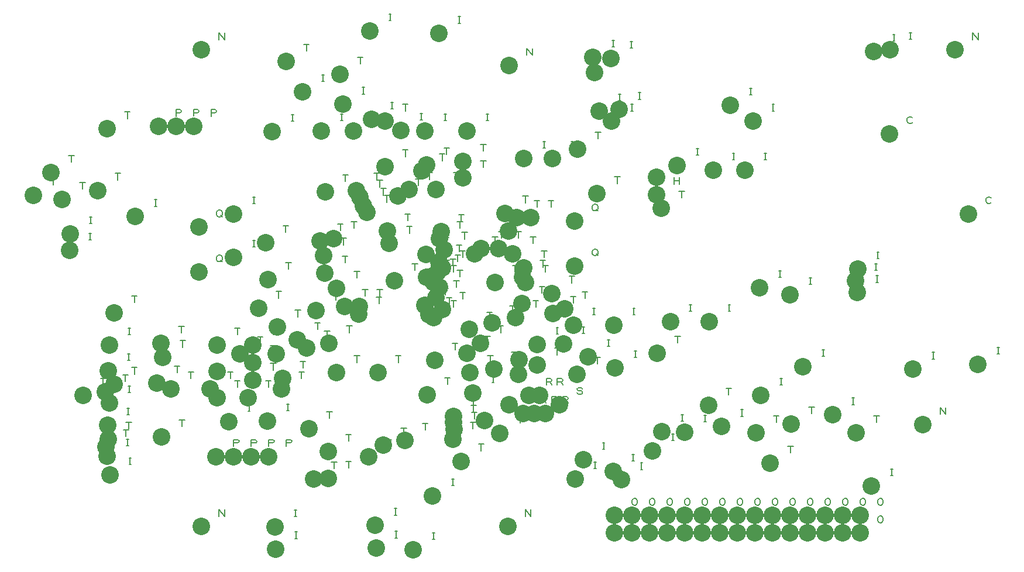
<source format=gbr>
G04 EasyPC Gerber Version 21.0.3 Build 4286 *
%FSLAX35Y35*%
%MOIN*%
%ADD78C,0.00500*%
%ADD77C,0.10000*%
X0Y0D02*
D02*
D77*
X5128Y252652D03*
X15364Y265644D03*
X21663Y250289D03*
X25994Y221156D03*
X26387Y230604D03*
X33474Y138478D03*
X41742Y255407D03*
X46072Y140663D03*
X46466Y109344D03*
X47254Y103833D03*
Y290447D03*
X47647Y121549D03*
X48041Y113675D03*
Y152652D03*
X48435Y134148D03*
Y167219D03*
X48828Y93203D03*
X51191Y144778D03*
Y185722D03*
X63395Y240427D03*
X75600Y145565D03*
X76531Y291784D03*
X77962Y168222D03*
X78356Y114856D03*
X78750Y160132D03*
X83474Y142258D03*
X86531Y291852D03*
X96531Y291784D03*
X99714Y208829D03*
Y234419D03*
X101023Y63801D03*
Y335454D03*
X105915Y142258D03*
X109393Y103676D03*
X109852Y137297D03*
Y152258D03*
Y167219D03*
X116545Y123518D03*
X119301Y217219D03*
Y242022D03*
X119393Y103608D03*
X122844Y162258D03*
X127569Y137258D03*
X129393Y103676D03*
X130324Y147140D03*
Y157376D03*
Y167219D03*
X133474Y188085D03*
X137411Y225656D03*
X138592Y123911D03*
X138986Y204620D03*
X139380Y103676D03*
X141348Y288872D03*
X142923Y63675D03*
X143317Y51077D03*
X143710Y162100D03*
X144301Y177455D03*
X146466Y142258D03*
X147254Y148321D03*
X149222Y329030D03*
X155521Y170368D03*
X158671Y311707D03*
X161033Y165644D03*
X162383Y119581D03*
X164970Y90841D03*
X166151Y186904D03*
X168513Y226667D03*
X169301Y289266D03*
X170482Y218400D03*
X171269Y208163D03*
X171466Y254620D03*
X173238Y91234D03*
Y106589D03*
X173631Y168400D03*
X176387Y227848D03*
X177962Y151470D03*
Y199502D03*
X179931Y321549D03*
X181702Y304423D03*
X182687Y189266D03*
X187411Y289266D03*
X189183Y255407D03*
X190561Y184935D03*
X190954Y189266D03*
X191151Y251470D03*
X193120Y246746D03*
X195088Y242809D03*
X196072Y103439D03*
X196860Y346352D03*
X198041Y295959D03*
X200009Y64463D03*
X200403Y51470D03*
X201584Y151470D03*
X204734Y110132D03*
X205521Y268793D03*
Y294778D03*
X206899Y232179D03*
X207883Y225093D03*
X211033Y203833D03*
X213002Y252258D03*
X214576Y289659D03*
X216939Y112888D03*
X219301Y255801D03*
X221663Y50683D03*
X226584Y266431D03*
X228356Y190053D03*
Y289266D03*
X228750Y218793D03*
X229143Y205801D03*
Y269974D03*
X229537Y138872D03*
X230521Y184541D03*
X232687Y81392D03*
Y206589D03*
X233080Y182967D03*
Y202848D03*
X233868Y158557D03*
X234655Y194384D03*
Y255801D03*
X235443Y208951D03*
X236230Y214659D03*
Y344778D03*
X236624Y200289D03*
Y227848D03*
X237411Y231785D03*
X238198Y187691D03*
Y211313D03*
X239380Y221746D03*
X244104Y113675D03*
X244498Y123124D03*
Y126667D03*
X244891Y119187D03*
X248828Y101077D03*
X250009Y262494D03*
Y271943D03*
X252372Y162494D03*
Y289266D03*
X253553Y176274D03*
X253946Y151470D03*
X255521Y140053D03*
X256702Y219187D03*
X259852Y168400D03*
X260246Y222337D03*
X262214Y124305D03*
X266545Y179817D03*
X267726Y153439D03*
X268120Y203045D03*
X270088Y222337D03*
X270876Y116825D03*
X274025Y242415D03*
X275600Y63801D03*
X275994Y232179D03*
X276191Y133360D03*
X276387Y326667D03*
X278356Y219187D03*
X279931Y182967D03*
X280521Y240053D03*
X281506Y150683D03*
X281899Y158951D03*
X283474Y190841D03*
X283868Y205801D03*
X284261Y128242D03*
X284655Y211313D03*
Y273518D03*
X285443Y203045D03*
X287411Y138478D03*
X288592Y240053D03*
X290561Y128242D03*
X292135Y155801D03*
Y167612D03*
X293710Y138478D03*
X296860Y128242D03*
X300403Y196746D03*
X300797Y273518D03*
X301191Y185329D03*
X304931Y133360D03*
X307096Y168006D03*
X307883Y187860D03*
X313002Y178636D03*
X313691Y212222D03*
Y237813D03*
X313789Y90841D03*
X314970Y150683D03*
X315364Y279030D03*
X318513Y101864D03*
X321269Y160526D03*
X324025Y331392D03*
X324813Y322730D03*
X326387Y253439D03*
X327569Y300683D03*
X334261Y330604D03*
X334655Y294778D03*
X335443Y95171D03*
X335836Y178636D03*
X336230Y60132D03*
Y70132D03*
X336624Y154226D03*
X338986Y301470D03*
X340167Y90447D03*
X346230Y60132D03*
Y70132D03*
X356230Y60132D03*
Y70132D03*
X357883Y106982D03*
X360246Y253071D03*
Y262888D03*
X360639Y162494D03*
X363002Y245171D03*
X363395Y118006D03*
X366230Y60132D03*
Y70132D03*
X368120Y180604D03*
X372057Y269581D03*
X376230Y60132D03*
Y70132D03*
X376387Y117612D03*
X386230Y60132D03*
Y70132D03*
X389773Y132967D03*
X390167Y180604D03*
X392529Y266825D03*
X396230Y60132D03*
Y70132D03*
X397254Y120762D03*
X402372Y303833D03*
X406230Y60132D03*
Y70132D03*
X410639Y266825D03*
X415167Y294778D03*
X416230Y60132D03*
Y70132D03*
X416939Y117219D03*
X418907Y199896D03*
X419694Y138478D03*
X425049Y99896D03*
X426230Y60132D03*
Y70132D03*
X436230Y60132D03*
Y70132D03*
Y195959D03*
X437017Y122337D03*
X443710Y155014D03*
X446230Y60132D03*
Y70132D03*
X456230Y60132D03*
Y70132D03*
X460639Y127455D03*
X466230Y60132D03*
Y70132D03*
X473631Y203833D03*
X474025Y117356D03*
X474419Y197140D03*
X474813Y210526D03*
X476230Y60132D03*
Y70132D03*
X482687Y86904D03*
X483868Y334541D03*
X492923Y287691D03*
X493317Y335722D03*
X506309Y153439D03*
X511820Y121943D03*
X530324Y335454D03*
X537805Y242022D03*
X543317Y156195D03*
D02*
D78*
X16690Y258589D02*
Y262339D01*
X15128D02*
X18253D01*
X26926Y271581D02*
Y275331D01*
X25364D02*
X28489D01*
X33226Y256227D02*
Y259977D01*
X31663D02*
X34788D01*
X36931Y227093D02*
X38181D01*
X37556D02*
Y230843D01*
X36931D02*
X38181D01*
X37325Y236542D02*
X38575D01*
X37950D02*
Y240292D01*
X37325D02*
X38575D01*
X45037Y144416D02*
Y148166D01*
X43474D02*
X46599D01*
X53304Y261345D02*
Y265095D01*
X51742D02*
X54867D01*
X57635Y146601D02*
Y150351D01*
X56072D02*
X59198D01*
X58029Y115282D02*
Y119032D01*
X56466D02*
X59591D01*
X58191Y109770D02*
X59441D01*
X58816D02*
Y113520D01*
X58191D02*
X59441D01*
X58816Y296384D02*
Y300134D01*
X57254D02*
X60379D01*
X58585Y127487D02*
X59835D01*
X59210D02*
Y131237D01*
X58585D02*
X59835D01*
X59604Y119613D02*
Y123363D01*
X58041D02*
X61166D01*
X58978Y158589D02*
X60228D01*
X59604D02*
Y162339D01*
X58978D02*
X60228D01*
X59372Y140085D02*
X60622D01*
X59997D02*
Y143835D01*
X59372D02*
X60622D01*
X59372Y173156D02*
X60622D01*
X59997D02*
Y176906D01*
X59372D02*
X60622D01*
X59766Y99140D02*
X61016D01*
X60391D02*
Y102890D01*
X59766D02*
X61016D01*
X62753Y150715D02*
Y154465D01*
X61191D02*
X64316D01*
X62753Y191660D02*
Y195410D01*
X61191D02*
X64316D01*
X74333Y246365D02*
X75583D01*
X74958D02*
Y250115D01*
X74333D02*
X75583D01*
X87163Y151502D02*
Y155252D01*
X85600D02*
X88725D01*
X86531Y297722D02*
Y301472D01*
X88719*
X89344Y301159*
X89657Y300534*
X89344Y299909*
X88719Y299597*
X86531*
X89525Y174160D02*
Y177910D01*
X87962D02*
X91087D01*
X89919Y120794D02*
Y124544D01*
X88356D02*
X91481D01*
X90312Y166069D02*
Y169819D01*
X88750D02*
X91875D01*
X95037Y148195D02*
Y151945D01*
X93474D02*
X96599D01*
X96531Y297790D02*
Y301540D01*
X98719*
X99344Y301228*
X99657Y300602*
X99344Y299978*
X98719Y299665*
X96531*
X106531Y297722D02*
Y301472D01*
X108719*
X109344Y301159*
X109657Y300534*
X109344Y299909*
X108719Y299597*
X106531*
X109714Y216016D02*
Y217266D01*
X110027Y217891*
X110339Y218204*
X110964Y218516*
X111589*
X112214Y218204*
X112527Y217891*
X112839Y217266*
Y216016*
X112527Y215391*
X112214Y215079*
X111589Y214766*
X110964*
X110339Y215079*
X110027Y215391*
X109714Y216016*
X111902Y215704D02*
X112839Y214766D01*
X109714Y241607D02*
Y242857D01*
X110027Y243482*
X110339Y243794*
X110964Y244107*
X111589*
X112214Y243794*
X112527Y243482*
X112839Y242857*
Y241607*
X112527Y240982*
X112214Y240669*
X111589Y240357*
X110964*
X110339Y240669*
X110027Y240982*
X109714Y241607*
X111902Y241294D02*
X112839Y240357D01*
X111023Y69738D02*
Y73488D01*
X114148Y69738*
Y73488*
X111023Y341392D02*
Y345142D01*
X114148Y341392*
Y345142*
X117478Y148195D02*
Y151945D01*
X115915D02*
X119040D01*
X119393Y109614D02*
Y113364D01*
X121580*
X122206Y113052*
X122518Y112426*
X122206Y111802*
X121580Y111489*
X119393*
X121415Y143235D02*
Y146985D01*
X119852D02*
X122977D01*
X121415Y158195D02*
Y161945D01*
X119852D02*
X122977D01*
X121415Y173156D02*
Y176906D01*
X119852D02*
X122977D01*
X127482Y129455D02*
X128732D01*
X128107D02*
Y133205D01*
X127482D02*
X128732D01*
X130238Y223156D02*
X131488D01*
X130863D02*
Y226906D01*
X130238D02*
X131488D01*
X130238Y247959D02*
X131488D01*
X130863D02*
Y251709D01*
X130238D02*
X131488D01*
X129393Y109546D02*
Y113296D01*
X131580*
X132206Y112983*
X132518Y112358*
X132206Y111733*
X131580Y111421*
X129393*
X134407Y168195D02*
Y171945D01*
X132844D02*
X135969D01*
X139131Y143195D02*
Y146945D01*
X137569D02*
X140694D01*
X139393Y109614D02*
Y113364D01*
X141580*
X142206Y113052*
X142518Y112426*
X142206Y111802*
X141580Y111489*
X139393*
X141887Y153077D02*
Y156827D01*
X140324D02*
X143450D01*
X141887Y163313D02*
Y167063D01*
X140324D02*
X143450D01*
X141887Y173156D02*
Y176906D01*
X140324D02*
X143450D01*
X145037Y194022D02*
Y197772D01*
X143474D02*
X146599D01*
X148974Y231593D02*
Y235343D01*
X147411D02*
X150536D01*
X149530Y129849D02*
X150780D01*
X150155D02*
Y133599D01*
X149530D02*
X150780D01*
X150548Y210557D02*
Y214307D01*
X148986D02*
X152111D01*
X149380Y109614D02*
Y113364D01*
X151567*
X152192Y113052*
X152505Y112426*
X152192Y111802*
X151567Y111489*
X149380*
X152285Y294809D02*
X153535D01*
X152911D02*
Y298559D01*
X152285D02*
X153535D01*
X153860Y69613D02*
X155110D01*
X154485D02*
Y73363D01*
X153860D02*
X155110D01*
X154254Y57014D02*
X155504D01*
X154879D02*
Y60764D01*
X154254D02*
X155504D01*
X155273Y168038D02*
Y171788D01*
X153710D02*
X156835D01*
X155863Y183392D02*
Y187142D01*
X154301D02*
X157426D01*
X158029Y148195D02*
Y151945D01*
X156466D02*
X159591D01*
X158816Y154258D02*
Y158008D01*
X157254D02*
X160379D01*
X160785Y334967D02*
Y338717D01*
X159222D02*
X162347D01*
X167084Y176306D02*
Y180056D01*
X165521D02*
X168646D01*
X169608Y317644D02*
X170858D01*
X170233D02*
Y321394D01*
X169608D02*
X170858D01*
X172596Y171581D02*
Y175331D01*
X171033D02*
X174158D01*
X173946Y125518D02*
Y129268D01*
X172383D02*
X175509D01*
X176533Y96778D02*
Y100528D01*
X174970D02*
X178095D01*
X177714Y192841D02*
Y196591D01*
X176151D02*
X179276D01*
X180076Y232605D02*
Y236355D01*
X178513D02*
X181639D01*
X180238Y295203D02*
X181488D01*
X180863D02*
Y298953D01*
X180238D02*
X181488D01*
X182044Y224337D02*
Y228087D01*
X180482D02*
X183607D01*
X182832Y214101D02*
Y217851D01*
X181269D02*
X184394D01*
X183029Y260557D02*
Y264307D01*
X181466D02*
X184591D01*
X184800Y97172D02*
Y100922D01*
X183238D02*
X186363D01*
X184800Y112526D02*
Y116276D01*
X183238D02*
X186363D01*
X185194Y174337D02*
Y178087D01*
X183631D02*
X186757D01*
X187950Y233786D02*
Y237536D01*
X186387D02*
X189513D01*
X189525Y157408D02*
Y161158D01*
X187962D02*
X191087D01*
X189525Y205439D02*
Y209189D01*
X187962D02*
X191087D01*
X191493Y327487D02*
Y331237D01*
X189931D02*
X193056D01*
X192640Y310361D02*
X193890D01*
X193265D02*
Y314111D01*
X192640D02*
X193890D01*
X194249Y195203D02*
Y198953D01*
X192687D02*
X195812D01*
X198348Y295203D02*
X199598D01*
X198974D02*
Y298953D01*
X198348D02*
X199598D01*
X200745Y261345D02*
Y265095D01*
X199183D02*
X202308D01*
X202123Y190872D02*
Y194622D01*
X200561D02*
X203686D01*
X202517Y195203D02*
Y198953D01*
X200954D02*
X204080D01*
X202714Y257408D02*
Y261158D01*
X201151D02*
X204276D01*
X204682Y252683D02*
Y256433D01*
X203120D02*
X206245D01*
X206651Y248746D02*
Y252496D01*
X205088D02*
X208213D01*
X207635Y109376D02*
Y113126D01*
X206072D02*
X209198D01*
X207797Y352290D02*
X209047D01*
X208422D02*
Y356040D01*
X207797D02*
X209047D01*
X208978Y301896D02*
X210228D01*
X209604D02*
Y305646D01*
X208978D02*
X210228D01*
X210947Y70400D02*
X212197D01*
X211572D02*
Y74150D01*
X210947D02*
X212197D01*
X211341Y57408D02*
X212591D01*
X211966D02*
Y61158D01*
X211341D02*
X212591D01*
X213147Y157408D02*
Y161158D01*
X211584D02*
X214709D01*
X216296Y116069D02*
Y119819D01*
X214734D02*
X217859D01*
X217084Y274731D02*
Y278481D01*
X215521D02*
X218646D01*
X217084Y300715D02*
Y304465D01*
X215521D02*
X218646D01*
X218462Y238117D02*
Y241867D01*
X216899D02*
X220024D01*
X219446Y231030D02*
Y234780D01*
X217883D02*
X221009D01*
X222596Y209770D02*
Y213520D01*
X221033D02*
X224158D01*
X224564Y258195D02*
Y261945D01*
X223002D02*
X226127D01*
X225514Y295597D02*
X226764D01*
X226139D02*
Y299347D01*
X225514D02*
X226764D01*
X228501Y118825D02*
Y122575D01*
X226939D02*
X230064D01*
X230863Y261739D02*
Y265489D01*
X229301D02*
X232426D01*
X232600Y56620D02*
X233850D01*
X233226D02*
Y60370D01*
X232600D02*
X233850D01*
X238147Y272369D02*
Y276119D01*
X236584D02*
X239709D01*
X239919Y195991D02*
Y199741D01*
X238356D02*
X241481D01*
X239293Y295203D02*
X240543D01*
X239919D02*
Y298953D01*
X239293D02*
X240543D01*
X240312Y224731D02*
Y228481D01*
X238750D02*
X241875D01*
X240706Y211739D02*
Y215489D01*
X239143D02*
X242269D01*
X240706Y275912D02*
Y279662D01*
X239143D02*
X242269D01*
X241100Y144809D02*
Y148559D01*
X239537D02*
X242662D01*
X242084Y190479D02*
Y194229D01*
X240521D02*
X243646D01*
X243624Y87329D02*
X244874D01*
X244249D02*
Y91079D01*
X243624D02*
X244874D01*
X244249Y212526D02*
Y216276D01*
X242687D02*
X245812D01*
X244643Y188904D02*
Y192654D01*
X243080D02*
X246206D01*
X244643Y208786D02*
Y212536D01*
X243080D02*
X246206D01*
X245430Y164494D02*
Y168244D01*
X243868D02*
X246993D01*
X246218Y200321D02*
Y204071D01*
X244655D02*
X247780D01*
X246218Y261739D02*
Y265489D01*
X244655D02*
X247780D01*
X247005Y214888D02*
Y218638D01*
X245443D02*
X248568D01*
X247793Y220597D02*
Y224347D01*
X246230D02*
X249355D01*
X247167Y350715D02*
X248417D01*
X247793D02*
Y354465D01*
X247167D02*
X248417D01*
X248186Y206227D02*
Y209977D01*
X246624D02*
X249749D01*
X248186Y233786D02*
Y237536D01*
X246624D02*
X249749D01*
X248974Y237723D02*
Y241473D01*
X247411D02*
X250536D01*
X249761Y193628D02*
Y197378D01*
X248198D02*
X251324D01*
X249761Y217250D02*
Y221000D01*
X248198D02*
X251324D01*
X250942Y227683D02*
Y231433D01*
X249380D02*
X252505D01*
X255667Y119613D02*
Y123363D01*
X254104D02*
X257229D01*
X256060Y129061D02*
Y132811D01*
X254498D02*
X257623D01*
X256060Y132605D02*
Y136355D01*
X254498D02*
X257623D01*
X256454Y125124D02*
Y128874D01*
X254891D02*
X258017D01*
X260391Y107014D02*
Y110764D01*
X258828D02*
X261954D01*
X261572Y268431D02*
Y272181D01*
X260009D02*
X263135D01*
X261572Y277880D02*
Y281630D01*
X260009D02*
X263135D01*
X263934Y168431D02*
Y172181D01*
X262372D02*
X265497D01*
X263309Y295203D02*
X264559D01*
X263934D02*
Y298953D01*
X263309D02*
X264559D01*
X265115Y182211D02*
Y185961D01*
X263553D02*
X266678D01*
X265509Y157408D02*
Y161158D01*
X263946D02*
X267072D01*
X266459Y145991D02*
X267709D01*
X267084D02*
Y149741D01*
X266459D02*
X267709D01*
X268265Y225124D02*
Y228874D01*
X266702D02*
X269828D01*
X271415Y174337D02*
Y178087D01*
X269852D02*
X272977D01*
X271808Y228274D02*
Y232024D01*
X270246D02*
X273371D01*
X273152Y130243D02*
X274402D01*
X273777D02*
Y133993D01*
X273152D02*
X274402D01*
X278107Y185754D02*
Y189504D01*
X276545D02*
X279670D01*
X279289Y159376D02*
Y163126D01*
X277726D02*
X280851D01*
X279682Y208983D02*
Y212733D01*
X278120D02*
X281245D01*
X281651Y228274D02*
Y232024D01*
X280088D02*
X283213D01*
X282438Y122762D02*
Y126512D01*
X280876D02*
X284001D01*
X285588Y248353D02*
Y252103D01*
X284025D02*
X287150D01*
X285600Y69738D02*
Y73488D01*
X288725Y69738*
Y73488*
X286931Y238117D02*
X288181D01*
X287556D02*
Y241867D01*
X286931D02*
X288181D01*
X286191Y140235D02*
X286503Y139610D01*
X287128Y139298*
X288378*
X289003Y139610*
X289316Y140235*
X289003Y140860*
X288378Y141173*
X287128*
X286503Y141485*
X286191Y142110*
X286503Y142735*
X287128Y143048*
X288378*
X289003Y142735*
X289316Y142110*
X286387Y332605D02*
Y336355D01*
X289513Y332605*
Y336355*
X289919Y225124D02*
Y228874D01*
X288356D02*
X291481D01*
X291493Y188904D02*
Y192654D01*
X289931D02*
X293056D01*
X292084Y245991D02*
Y249741D01*
X290521D02*
X293646D01*
X293068Y156620D02*
Y160370D01*
X291506D02*
X294631D01*
X293462Y164888D02*
Y168638D01*
X291899D02*
X295024D01*
X295037Y196778D02*
Y200528D01*
X293474D02*
X296599D01*
X295430Y211739D02*
Y215489D01*
X293868D02*
X296993D01*
X294261Y134180D02*
Y137930D01*
X296449*
X297074Y137617*
X297387Y136992*
X297074Y136367*
X296449Y136055*
X294261*
X296449D02*
X297387Y134180D01*
X296218Y217250D02*
Y221000D01*
X294655D02*
X297780D01*
X295593Y279455D02*
X296843D01*
X296218D02*
Y283205D01*
X295593D02*
X296843D01*
X297005Y208983D02*
Y212733D01*
X295443D02*
X298568D01*
X297411Y144416D02*
Y148166D01*
X299598*
X300224Y147854*
X300536Y147228*
X300224Y146604*
X299598Y146291*
X297411*
X299598D02*
X300536Y144416D01*
X300155Y245991D02*
Y249741D01*
X298592D02*
X301717D01*
X300561Y134180D02*
Y137930D01*
X302748*
X303373Y137617*
X303686Y136992*
X303373Y136367*
X302748Y136055*
X300561*
X302748D02*
X303686Y134180D01*
X303698Y161739D02*
Y165489D01*
X302135D02*
X305261D01*
X303073Y173550D02*
X304323D01*
X303698D02*
Y177300D01*
X303073D02*
X304323D01*
X303710Y144416D02*
Y148166D01*
X305898*
X306523Y147854*
X306835Y147228*
X306523Y146604*
X305898Y146291*
X303710*
X305898D02*
X306835Y144416D01*
X306860Y134180D02*
Y137930D01*
X309047*
X309672Y137617*
X309985Y136992*
X309672Y136367*
X309047Y136055*
X306860*
X309047D02*
X309985Y134180D01*
X311966Y202683D02*
Y206433D01*
X310403D02*
X313528D01*
X311734Y279455D02*
X312984D01*
X312359D02*
Y283205D01*
X311734D02*
X312984D01*
X312753Y191266D02*
Y195016D01*
X311191D02*
X314316D01*
X314931Y140235D02*
X315243Y139610D01*
X315868Y139298*
X317118*
X317743Y139610*
X318056Y140235*
X317743Y140860*
X317118Y141173*
X315868*
X315243Y141485*
X314931Y142110*
X315243Y142735*
X315868Y143048*
X317118*
X317743Y142735*
X318056Y142110*
X318033Y173943D02*
X319283D01*
X318659D02*
Y177693D01*
X318033D02*
X319283D01*
X319446Y193798D02*
Y197548D01*
X317883D02*
X321009D01*
X323939Y184573D02*
X325189D01*
X324564D02*
Y188323D01*
X323939D02*
X325189D01*
X323691Y219410D02*
Y220660D01*
X324003Y221285*
X324316Y221598*
X324941Y221910*
X325566*
X326191Y221598*
X326503Y221285*
X326816Y220660*
Y219410*
X326503Y218785*
X326191Y218472*
X325566Y218160*
X324941*
X324316Y218472*
X324003Y218785*
X323691Y219410*
X325878Y219098D02*
X326816Y218160D01*
X323691Y245000D02*
Y246250D01*
X324003Y246876*
X324316Y247188*
X324941Y247500*
X325566*
X326191Y247188*
X326503Y246876*
X326816Y246250*
Y245000*
X326503Y244376*
X326191Y244063*
X325566Y243750*
X324941*
X324316Y244063*
X324003Y244376*
X323691Y245000*
X325878Y244688D02*
X326816Y243750D01*
X324726Y96778D02*
X325976D01*
X325352D02*
Y100528D01*
X324726D02*
X325976D01*
X326533Y156620D02*
Y160370D01*
X324970D02*
X328095D01*
X326926Y284967D02*
Y288717D01*
X325364D02*
X328489D01*
X329451Y107802D02*
X330701D01*
X330076D02*
Y111552D01*
X329451D02*
X330701D01*
X332207Y166463D02*
X333457D01*
X332832D02*
Y170213D01*
X332207D02*
X333457D01*
X334963Y337329D02*
X336213D01*
X335588D02*
Y341079D01*
X334963D02*
X336213D01*
X335750Y328668D02*
X337000D01*
X336375D02*
Y332418D01*
X335750D02*
X337000D01*
X337950Y259376D02*
Y263126D01*
X336387D02*
X339513D01*
X338506Y306620D02*
X339756D01*
X339131D02*
Y310370D01*
X338506D02*
X339756D01*
X345199Y336542D02*
X346449D01*
X345824D02*
Y340292D01*
X345199D02*
X346449D01*
X345593Y300715D02*
X346843D01*
X346218D02*
Y304465D01*
X345593D02*
X346843D01*
X346380Y101109D02*
X347630D01*
X347005D02*
Y104859D01*
X346380D02*
X347630D01*
X346774Y184573D02*
X348024D01*
X347399D02*
Y188323D01*
X346774D02*
X348024D01*
X346230Y67319D02*
Y68569D01*
X346543Y69194*
X346855Y69507*
X347480Y69819*
X348105*
X348730Y69507*
X349043Y69194*
X349355Y68569*
Y67319*
X349043Y66694*
X348730Y66382*
X348105Y66069*
X347480*
X346855Y66382*
X346543Y66694*
X346230Y67319*
Y77319D02*
Y78569D01*
X346543Y79194*
X346855Y79507*
X347480Y79819*
X348105*
X348730Y79507*
X349043Y79194*
X349355Y78569*
Y77319*
X349043Y76694*
X348730Y76382*
X348105Y76069*
X347480*
X346855Y76382*
X346543Y76694*
X346230Y77319*
X347561Y160164D02*
X348811D01*
X348186D02*
Y163914D01*
X347561D02*
X348811D01*
X349923Y307408D02*
X351173D01*
X350548D02*
Y311158D01*
X349923D02*
X351173D01*
X351104Y96384D02*
X352354D01*
X351730D02*
Y100134D01*
X351104D02*
X352354D01*
X356230Y67319D02*
Y68569D01*
X356543Y69194*
X356855Y69507*
X357480Y69819*
X358105*
X358730Y69507*
X359043Y69194*
X359355Y68569*
Y67319*
X359043Y66694*
X358730Y66382*
X358105Y66069*
X357480*
X356855Y66382*
X356543Y66694*
X356230Y67319*
Y77319D02*
Y78569D01*
X356543Y79194*
X356855Y79507*
X357480Y79819*
X358105*
X358730Y79507*
X359043Y79194*
X359355Y78569*
Y77319*
X359043Y76694*
X358730Y76382*
X358105Y76069*
X357480*
X356855Y76382*
X356543Y76694*
X356230Y77319*
X366230Y67319D02*
Y68569D01*
X366543Y69194*
X366855Y69507*
X367480Y69819*
X368105*
X368730Y69507*
X369043Y69194*
X369355Y68569*
Y67319*
X369043Y66694*
X368730Y66382*
X368105Y66069*
X367480*
X366855Y66382*
X366543Y66694*
X366230Y67319*
Y77319D02*
Y78569D01*
X366543Y79194*
X366855Y79507*
X367480Y79819*
X368105*
X368730Y79507*
X369043Y79194*
X369355Y78569*
Y77319*
X369043Y76694*
X368730Y76382*
X368105Y76069*
X367480*
X366855Y76382*
X366543Y76694*
X366230Y77319*
X368821Y112920D02*
X370071D01*
X369446D02*
Y116670D01*
X368821D02*
X370071D01*
X370246Y259008D02*
Y262758D01*
Y260883D02*
X373371D01*
Y259008D02*
Y262758D01*
X370246Y268825D02*
Y272575D01*
Y270700D02*
X373371D01*
Y268825D02*
Y272575D01*
X372202Y168431D02*
Y172181D01*
X370639D02*
X373765D01*
X374564Y251109D02*
Y254859D01*
X373002D02*
X376127D01*
X374333Y123943D02*
X375583D01*
X374958D02*
Y127693D01*
X374333D02*
X375583D01*
X376230Y67319D02*
Y68569D01*
X376543Y69194*
X376855Y69507*
X377480Y69819*
X378105*
X378730Y69507*
X379043Y69194*
X379355Y68569*
Y67319*
X379043Y66694*
X378730Y66382*
X378105Y66069*
X377480*
X376855Y66382*
X376543Y66694*
X376230Y67319*
Y77319D02*
Y78569D01*
X376543Y79194*
X376855Y79507*
X377480Y79819*
X378105*
X378730Y79507*
X379043Y79194*
X379355Y78569*
Y77319*
X379043Y76694*
X378730Y76382*
X378105Y76069*
X377480*
X376855Y76382*
X376543Y76694*
X376230Y77319*
X379057Y186542D02*
X380307D01*
X379682D02*
Y190292D01*
X379057D02*
X380307D01*
X382994Y275518D02*
X384244D01*
X383619D02*
Y279268D01*
X382994D02*
X384244D01*
X386230Y67319D02*
Y68569D01*
X386543Y69194*
X386855Y69507*
X387480Y69819*
X388105*
X388730Y69507*
X389043Y69194*
X389355Y68569*
Y67319*
X389043Y66694*
X388730Y66382*
X388105Y66069*
X387480*
X386855Y66382*
X386543Y66694*
X386230Y67319*
Y77319D02*
Y78569D01*
X386543Y79194*
X386855Y79507*
X387480Y79819*
X388105*
X388730Y79507*
X389043Y79194*
X389355Y78569*
Y77319*
X389043Y76694*
X388730Y76382*
X388105Y76069*
X387480*
X386855Y76382*
X386543Y76694*
X386230Y77319*
X387325Y123550D02*
X388575D01*
X387950D02*
Y127300D01*
X387325D02*
X388575D01*
X396230Y67319D02*
Y68569D01*
X396543Y69194*
X396855Y69507*
X397480Y69819*
X398105*
X398730Y69507*
X399043Y69194*
X399355Y68569*
Y67319*
X399043Y66694*
X398730Y66382*
X398105Y66069*
X397480*
X396855Y66382*
X396543Y66694*
X396230Y67319*
Y77319D02*
Y78569D01*
X396543Y79194*
X396855Y79507*
X397480Y79819*
X398105*
X398730Y79507*
X399043Y79194*
X399355Y78569*
Y77319*
X399043Y76694*
X398730Y76382*
X398105Y76069*
X397480*
X396855Y76382*
X396543Y76694*
X396230Y77319*
X401336Y138904D02*
Y142654D01*
X399773D02*
X402898D01*
X401104Y186542D02*
X402354D01*
X401730D02*
Y190292D01*
X401104D02*
X402354D01*
X403467Y272762D02*
X404717D01*
X404092D02*
Y276512D01*
X403467D02*
X404717D01*
X406230Y67319D02*
Y68569D01*
X406543Y69194*
X406855Y69507*
X407480Y69819*
X408105*
X408730Y69507*
X409043Y69194*
X409355Y68569*
Y67319*
X409043Y66694*
X408730Y66382*
X408105Y66069*
X407480*
X406855Y66382*
X406543Y66694*
X406230Y67319*
Y77319D02*
Y78569D01*
X406543Y79194*
X406855Y79507*
X407480Y79819*
X408105*
X408730Y79507*
X409043Y79194*
X409355Y78569*
Y77319*
X409043Y76694*
X408730Y76382*
X408105Y76069*
X407480*
X406855Y76382*
X406543Y76694*
X406230Y77319*
X408191Y126699D02*
X409441D01*
X408816D02*
Y130449D01*
X408191D02*
X409441D01*
X413309Y309770D02*
X414559D01*
X413934D02*
Y313520D01*
X413309D02*
X414559D01*
X416230Y67319D02*
Y68569D01*
X416543Y69194*
X416855Y69507*
X417480Y69819*
X418105*
X418730Y69507*
X419043Y69194*
X419355Y68569*
Y67319*
X419043Y66694*
X418730Y66382*
X418105Y66069*
X417480*
X416855Y66382*
X416543Y66694*
X416230Y67319*
Y77319D02*
Y78569D01*
X416543Y79194*
X416855Y79507*
X417480Y79819*
X418105*
X418730Y79507*
X419043Y79194*
X419355Y78569*
Y77319*
X419043Y76694*
X418730Y76382*
X418105Y76069*
X417480*
X416855Y76382*
X416543Y76694*
X416230Y77319*
X421577Y272762D02*
X422827D01*
X422202D02*
Y276512D01*
X421577D02*
X422827D01*
X426104Y300715D02*
X427354D01*
X426730D02*
Y304465D01*
X426104D02*
X427354D01*
X426230Y67319D02*
Y68569D01*
X426543Y69194*
X426855Y69507*
X427480Y69819*
X428105*
X428730Y69507*
X429043Y69194*
X429355Y68569*
Y67319*
X429043Y66694*
X428730Y66382*
X428105Y66069*
X427480*
X426855Y66382*
X426543Y66694*
X426230Y67319*
Y77319D02*
Y78569D01*
X426543Y79194*
X426855Y79507*
X427480Y79819*
X428105*
X428730Y79507*
X429043Y79194*
X429355Y78569*
Y77319*
X429043Y76694*
X428730Y76382*
X428105Y76069*
X427480*
X426855Y76382*
X426543Y76694*
X426230Y77319*
X428501Y123156D02*
Y126906D01*
X426939D02*
X430064D01*
X429844Y205833D02*
X431094D01*
X430470D02*
Y209583D01*
X429844D02*
X431094D01*
X430632Y144416D02*
X431882D01*
X431257D02*
Y148166D01*
X430632D02*
X431882D01*
X436611Y105833D02*
Y109583D01*
X435049D02*
X438174D01*
X436230Y67319D02*
Y68569D01*
X436543Y69194*
X436855Y69507*
X437480Y69819*
X438105*
X438730Y69507*
X439043Y69194*
X439355Y68569*
Y67319*
X439043Y66694*
X438730Y66382*
X438105Y66069*
X437480*
X436855Y66382*
X436543Y66694*
X436230Y67319*
Y77319D02*
Y78569D01*
X436543Y79194*
X436855Y79507*
X437480Y79819*
X438105*
X438730Y79507*
X439043Y79194*
X439355Y78569*
Y77319*
X439043Y76694*
X438730Y76382*
X438105Y76069*
X437480*
X436855Y76382*
X436543Y76694*
X436230Y77319*
X446230Y67319D02*
Y68569D01*
X446543Y69194*
X446855Y69507*
X447480Y69819*
X448105*
X448730Y69507*
X449043Y69194*
X449355Y68569*
Y67319*
X449043Y66694*
X448730Y66382*
X448105Y66069*
X447480*
X446855Y66382*
X446543Y66694*
X446230Y67319*
Y77319D02*
Y78569D01*
X446543Y79194*
X446855Y79507*
X447480Y79819*
X448105*
X448730Y79507*
X449043Y79194*
X449355Y78569*
Y77319*
X449043Y76694*
X448730Y76382*
X448105Y76069*
X447480*
X446855Y76382*
X446543Y76694*
X446230Y77319*
X447167Y201896D02*
X448417D01*
X447793D02*
Y205646D01*
X447167D02*
X448417D01*
X448580Y128274D02*
Y132024D01*
X447017D02*
X450143D01*
X454648Y160951D02*
X455898D01*
X455273D02*
Y164701D01*
X454648D02*
X455898D01*
X456230Y67319D02*
Y68569D01*
X456543Y69194*
X456855Y69507*
X457480Y69819*
X458105*
X458730Y69507*
X459043Y69194*
X459355Y68569*
Y67319*
X459043Y66694*
X458730Y66382*
X458105Y66069*
X457480*
X456855Y66382*
X456543Y66694*
X456230Y67319*
Y77319D02*
Y78569D01*
X456543Y79194*
X456855Y79507*
X457480Y79819*
X458105*
X458730Y79507*
X459043Y79194*
X459355Y78569*
Y77319*
X459043Y76694*
X458730Y76382*
X458105Y76069*
X457480*
X456855Y76382*
X456543Y76694*
X456230Y77319*
X466230Y67319D02*
Y68569D01*
X466543Y69194*
X466855Y69507*
X467480Y69819*
X468105*
X468730Y69507*
X469043Y69194*
X469355Y68569*
Y67319*
X469043Y66694*
X468730Y66382*
X468105Y66069*
X467480*
X466855Y66382*
X466543Y66694*
X466230Y67319*
Y77319D02*
Y78569D01*
X466543Y79194*
X466855Y79507*
X467480Y79819*
X468105*
X468730Y79507*
X469043Y79194*
X469355Y78569*
Y77319*
X469043Y76694*
X468730Y76382*
X468105Y76069*
X467480*
X466855Y76382*
X466543Y76694*
X466230Y77319*
X471577Y133392D02*
X472827D01*
X472202D02*
Y137142D01*
X471577D02*
X472827D01*
X476230Y67319D02*
Y68569D01*
X476543Y69194*
X476855Y69507*
X477480Y69819*
X478105*
X478730Y69507*
X479043Y69194*
X479355Y68569*
Y67319*
X479043Y66694*
X478730Y66382*
X478105Y66069*
X477480*
X476855Y66382*
X476543Y66694*
X476230Y67319*
Y77319D02*
Y78569D01*
X476543Y79194*
X476855Y79507*
X477480Y79819*
X478105*
X478730Y79507*
X479043Y79194*
X479355Y78569*
Y77319*
X479043Y76694*
X478730Y76382*
X478105Y76069*
X477480*
X476855Y76382*
X476543Y76694*
X476230Y77319*
X484569Y209770D02*
X485819D01*
X485194D02*
Y213520D01*
X484569D02*
X485819D01*
X485588Y123294D02*
Y127044D01*
X484025D02*
X487150D01*
X485356Y203077D02*
X486606D01*
X485981D02*
Y206827D01*
X485356D02*
X486606D01*
X485750Y216463D02*
X487000D01*
X486375D02*
Y220213D01*
X485750D02*
X487000D01*
X486230Y67319D02*
Y68569D01*
X486543Y69194*
X486855Y69507*
X487480Y69819*
X488105*
X488730Y69507*
X489043Y69194*
X489355Y68569*
Y67319*
X489043Y66694*
X488730Y66382*
X488105Y66069*
X487480*
X486855Y66382*
X486543Y66694*
X486230Y67319*
Y77319D02*
Y78569D01*
X486543Y79194*
X486855Y79507*
X487480Y79819*
X488105*
X488730Y79507*
X489043Y79194*
X489355Y78569*
Y77319*
X489043Y76694*
X488730Y76382*
X488105Y76069*
X487480*
X486855Y76382*
X486543Y76694*
X486230Y77319*
X493624Y92841D02*
X494874D01*
X494249D02*
Y96591D01*
X493624D02*
X494874D01*
X494805Y340479D02*
X496055D01*
X495430D02*
Y344229D01*
X494805D02*
X496055D01*
X506048Y294254D02*
X505735Y293941D01*
X505110Y293628*
X504173*
X503548Y293941*
X503235Y294254*
X502923Y294878*
Y296128*
X503235Y296754*
X503548Y297066*
X504173Y297378*
X505110*
X505735Y297066*
X506048Y296754*
X504254Y341660D02*
X505504D01*
X504879D02*
Y345410D01*
X504254D02*
X505504D01*
X517246Y159376D02*
X518496D01*
X517871D02*
Y163126D01*
X517246D02*
X518496D01*
X521820Y127880D02*
Y131630D01*
X524946Y127880*
Y131630*
X540324Y341392D02*
Y345142D01*
X543450Y341392*
Y345142*
X550930Y248584D02*
X550617Y248272D01*
X549992Y247959*
X549055*
X548430Y248272*
X548117Y248584*
X547805Y249209*
Y250459*
X548117Y251084*
X548430Y251397*
X549055Y251709*
X549992*
X550617Y251397*
X550930Y251084*
X554254Y162132D02*
X555504D01*
X554879D02*
Y165882D01*
X554254D02*
X555504D01*
X0Y0D02*
M02*

</source>
